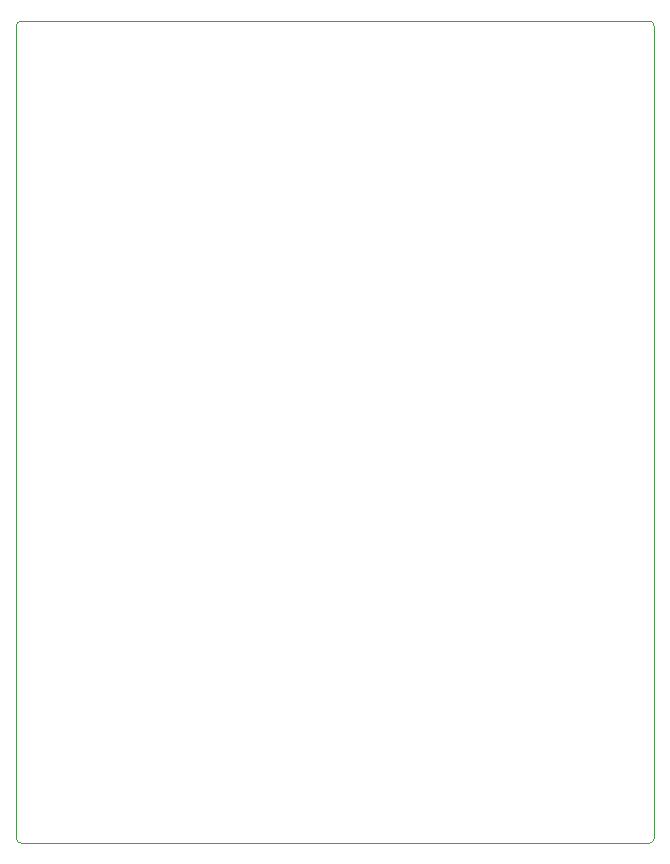
<source format=gbr>
G04 #@! TF.GenerationSoftware,KiCad,Pcbnew,(5.1.0)-1*
G04 #@! TF.CreationDate,2020-10-11T13:47:29-04:00*
G04 #@! TF.ProjectId,switch_tester,73776974-6368-45f7-9465-737465722e6b,rev?*
G04 #@! TF.SameCoordinates,Original*
G04 #@! TF.FileFunction,Profile,NP*
%FSLAX46Y46*%
G04 Gerber Fmt 4.6, Leading zero omitted, Abs format (unit mm)*
G04 Created by KiCad (PCBNEW (5.1.0)-1) date 2020-10-11 13:47:29*
%MOMM*%
%LPD*%
G04 APERTURE LIST*
%ADD10C,0.050000*%
G04 APERTURE END LIST*
D10*
X63000000Y-30800000D02*
G75*
G02X63400000Y-30400000I400000J0D01*
G01*
X63400000Y-100000000D02*
G75*
G02X63000000Y-99600000I0J400000D01*
G01*
X117000000Y-99600000D02*
G75*
G02X116600000Y-100000000I-400000J0D01*
G01*
X116600000Y-30400000D02*
G75*
G02X117000000Y-30800000I0J-400000D01*
G01*
X63400000Y-30400000D02*
X116600000Y-30400000D01*
X63000000Y-99600000D02*
X63000000Y-30800000D01*
X65000000Y-100000000D02*
X63400000Y-100000000D01*
X116600000Y-100000000D02*
X65000000Y-100000000D01*
X117000000Y-30800000D02*
X117000000Y-99600000D01*
M02*

</source>
